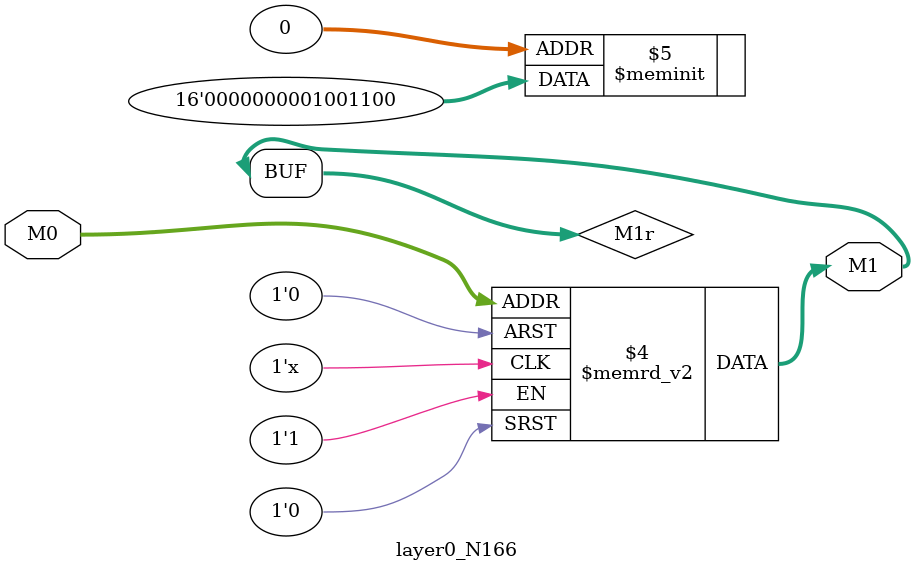
<source format=v>
module layer0_N166 ( input [2:0] M0, output [1:0] M1 );

	(*rom_style = "distributed" *) reg [1:0] M1r;
	assign M1 = M1r;
	always @ (M0) begin
		case (M0)
			3'b000: M1r = 2'b00;
			3'b100: M1r = 2'b00;
			3'b010: M1r = 2'b00;
			3'b110: M1r = 2'b00;
			3'b001: M1r = 2'b11;
			3'b101: M1r = 2'b00;
			3'b011: M1r = 2'b01;
			3'b111: M1r = 2'b00;

		endcase
	end
endmodule

</source>
